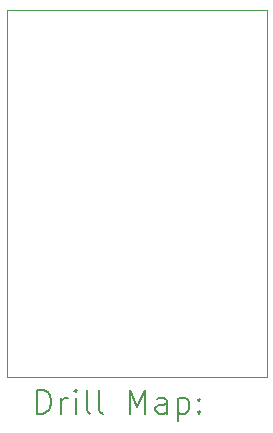
<source format=gbr>
%TF.GenerationSoftware,KiCad,Pcbnew,9.0.3*%
%TF.CreationDate,2025-08-26T18:11:45-07:00*%
%TF.ProjectId,battery_connector,62617474-6572-4795-9f63-6f6e6e656374,V1*%
%TF.SameCoordinates,Original*%
%TF.FileFunction,Drillmap*%
%TF.FilePolarity,Positive*%
%FSLAX45Y45*%
G04 Gerber Fmt 4.5, Leading zero omitted, Abs format (unit mm)*
G04 Created by KiCad (PCBNEW 9.0.3) date 2025-08-26 18:11:45*
%MOMM*%
%LPD*%
G01*
G04 APERTURE LIST*
%ADD10C,0.050000*%
%ADD11C,0.200000*%
G04 APERTURE END LIST*
D10*
X1500000Y-2250000D02*
X3700000Y-2250000D01*
X3700000Y-5350000D01*
X1500000Y-5350000D01*
X1500000Y-2250000D01*
D11*
X1758277Y-5663984D02*
X1758277Y-5463984D01*
X1758277Y-5463984D02*
X1805896Y-5463984D01*
X1805896Y-5463984D02*
X1834467Y-5473508D01*
X1834467Y-5473508D02*
X1853515Y-5492555D01*
X1853515Y-5492555D02*
X1863039Y-5511603D01*
X1863039Y-5511603D02*
X1872562Y-5549698D01*
X1872562Y-5549698D02*
X1872562Y-5578270D01*
X1872562Y-5578270D02*
X1863039Y-5616365D01*
X1863039Y-5616365D02*
X1853515Y-5635412D01*
X1853515Y-5635412D02*
X1834467Y-5654460D01*
X1834467Y-5654460D02*
X1805896Y-5663984D01*
X1805896Y-5663984D02*
X1758277Y-5663984D01*
X1958277Y-5663984D02*
X1958277Y-5530650D01*
X1958277Y-5568746D02*
X1967801Y-5549698D01*
X1967801Y-5549698D02*
X1977324Y-5540174D01*
X1977324Y-5540174D02*
X1996372Y-5530650D01*
X1996372Y-5530650D02*
X2015420Y-5530650D01*
X2082086Y-5663984D02*
X2082086Y-5530650D01*
X2082086Y-5463984D02*
X2072562Y-5473508D01*
X2072562Y-5473508D02*
X2082086Y-5483031D01*
X2082086Y-5483031D02*
X2091610Y-5473508D01*
X2091610Y-5473508D02*
X2082086Y-5463984D01*
X2082086Y-5463984D02*
X2082086Y-5483031D01*
X2205896Y-5663984D02*
X2186848Y-5654460D01*
X2186848Y-5654460D02*
X2177324Y-5635412D01*
X2177324Y-5635412D02*
X2177324Y-5463984D01*
X2310658Y-5663984D02*
X2291610Y-5654460D01*
X2291610Y-5654460D02*
X2282086Y-5635412D01*
X2282086Y-5635412D02*
X2282086Y-5463984D01*
X2539229Y-5663984D02*
X2539229Y-5463984D01*
X2539229Y-5463984D02*
X2605896Y-5606841D01*
X2605896Y-5606841D02*
X2672563Y-5463984D01*
X2672563Y-5463984D02*
X2672563Y-5663984D01*
X2853515Y-5663984D02*
X2853515Y-5559222D01*
X2853515Y-5559222D02*
X2843991Y-5540174D01*
X2843991Y-5540174D02*
X2824943Y-5530650D01*
X2824943Y-5530650D02*
X2786848Y-5530650D01*
X2786848Y-5530650D02*
X2767801Y-5540174D01*
X2853515Y-5654460D02*
X2834467Y-5663984D01*
X2834467Y-5663984D02*
X2786848Y-5663984D01*
X2786848Y-5663984D02*
X2767801Y-5654460D01*
X2767801Y-5654460D02*
X2758277Y-5635412D01*
X2758277Y-5635412D02*
X2758277Y-5616365D01*
X2758277Y-5616365D02*
X2767801Y-5597317D01*
X2767801Y-5597317D02*
X2786848Y-5587793D01*
X2786848Y-5587793D02*
X2834467Y-5587793D01*
X2834467Y-5587793D02*
X2853515Y-5578270D01*
X2948753Y-5530650D02*
X2948753Y-5730650D01*
X2948753Y-5540174D02*
X2967801Y-5530650D01*
X2967801Y-5530650D02*
X3005896Y-5530650D01*
X3005896Y-5530650D02*
X3024943Y-5540174D01*
X3024943Y-5540174D02*
X3034467Y-5549698D01*
X3034467Y-5549698D02*
X3043991Y-5568746D01*
X3043991Y-5568746D02*
X3043991Y-5625888D01*
X3043991Y-5625888D02*
X3034467Y-5644936D01*
X3034467Y-5644936D02*
X3024943Y-5654460D01*
X3024943Y-5654460D02*
X3005896Y-5663984D01*
X3005896Y-5663984D02*
X2967801Y-5663984D01*
X2967801Y-5663984D02*
X2948753Y-5654460D01*
X3129705Y-5644936D02*
X3139229Y-5654460D01*
X3139229Y-5654460D02*
X3129705Y-5663984D01*
X3129705Y-5663984D02*
X3120182Y-5654460D01*
X3120182Y-5654460D02*
X3129705Y-5644936D01*
X3129705Y-5644936D02*
X3129705Y-5663984D01*
X3129705Y-5540174D02*
X3139229Y-5549698D01*
X3139229Y-5549698D02*
X3129705Y-5559222D01*
X3129705Y-5559222D02*
X3120182Y-5549698D01*
X3120182Y-5549698D02*
X3129705Y-5540174D01*
X3129705Y-5540174D02*
X3129705Y-5559222D01*
M02*

</source>
